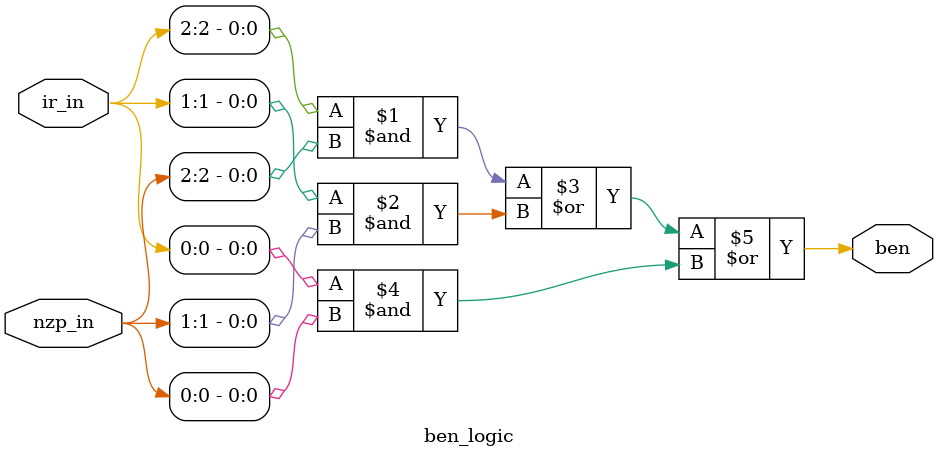
<source format=sv>
module ben_logic(
    input logic [2:0] ir_in,
    input logic [2:0] nzp_in,
    
    output logic ben
    );
    
    assign ben = (ir_in[2] & nzp_in[2]) | (ir_in[1] & nzp_in[1]) | (ir_in[0] & nzp_in[0]);
endmodule

</source>
